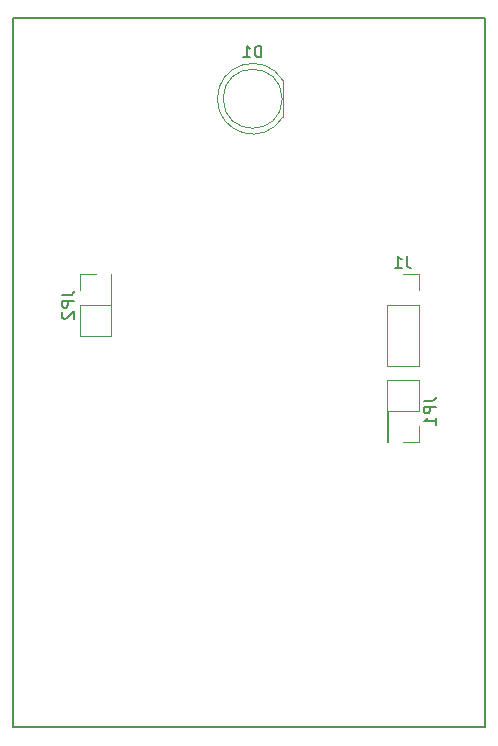
<source format=gbr>
G04 #@! TF.GenerationSoftware,KiCad,Pcbnew,(5.0.0)*
G04 #@! TF.CreationDate,2020-11-05T20:38:02+01:00*
G04 #@! TF.ProjectId,WiFiRemote,5769466952656D6F74652E6B69636164,rev?*
G04 #@! TF.SameCoordinates,Original*
G04 #@! TF.FileFunction,Legend,Bot*
G04 #@! TF.FilePolarity,Positive*
%FSLAX46Y46*%
G04 Gerber Fmt 4.6, Leading zero omitted, Abs format (unit mm)*
G04 Created by KiCad (PCBNEW (5.0.0)) date 11/05/20 20:38:02*
%MOMM*%
%LPD*%
G01*
G04 APERTURE LIST*
%ADD10C,0.200000*%
%ADD11C,0.120000*%
%ADD12C,0.150000*%
G04 APERTURE END LIST*
D10*
X65000000Y-30000000D02*
X25000000Y-30000000D01*
X65000000Y-90000000D02*
X65000000Y-30000000D01*
X25000000Y-90000000D02*
X65000000Y-90000000D01*
X25000000Y-30000000D02*
X25000000Y-90000000D01*
D11*
G04 #@! TO.C,D1*
X42298200Y-36805062D02*
G75*
G02X47848200Y-35259770I2990000J462D01*
G01*
X42298200Y-36804138D02*
G75*
G03X47848200Y-38349430I2990000J-462D01*
G01*
X47788200Y-36804600D02*
G75*
G03X47788200Y-36804600I-2500000J0D01*
G01*
X47848200Y-35259600D02*
X47848200Y-38349600D01*
G04 #@! TO.C,JP2*
X33330000Y-51670000D02*
X33330000Y-56870000D01*
X33270000Y-51670000D02*
X33330000Y-51670000D01*
X30670000Y-56870000D02*
X33330000Y-56870000D01*
X33270000Y-51670000D02*
X33270000Y-54270000D01*
X33270000Y-54270000D02*
X30670000Y-54270000D01*
X30670000Y-54270000D02*
X30670000Y-56870000D01*
X32000000Y-51670000D02*
X30670000Y-51670000D01*
X30670000Y-51670000D02*
X30670000Y-53000000D01*
G04 #@! TO.C,JP1*
X56670000Y-65830000D02*
X56670000Y-60630000D01*
X56730000Y-65830000D02*
X56670000Y-65830000D01*
X59330000Y-60630000D02*
X56670000Y-60630000D01*
X56730000Y-65830000D02*
X56730000Y-63230000D01*
X56730000Y-63230000D02*
X59330000Y-63230000D01*
X59330000Y-63230000D02*
X59330000Y-60630000D01*
X58000000Y-65830000D02*
X59330000Y-65830000D01*
X59330000Y-65830000D02*
X59330000Y-64500000D01*
G04 #@! TO.C,J1*
X59330000Y-59410000D02*
X56670000Y-59410000D01*
X59330000Y-54270000D02*
X59330000Y-59410000D01*
X56670000Y-54270000D02*
X56670000Y-59410000D01*
X59330000Y-54270000D02*
X56670000Y-54270000D01*
X59330000Y-53000000D02*
X59330000Y-51670000D01*
X59330000Y-51670000D02*
X58000000Y-51670000D01*
G04 #@! TD*
G04 #@! TO.C,D1*
D12*
X46026295Y-33296980D02*
X46026295Y-32296980D01*
X45788200Y-32296980D01*
X45645342Y-32344600D01*
X45550104Y-32439838D01*
X45502485Y-32535076D01*
X45454866Y-32725552D01*
X45454866Y-32868409D01*
X45502485Y-33058885D01*
X45550104Y-33154123D01*
X45645342Y-33249361D01*
X45788200Y-33296980D01*
X46026295Y-33296980D01*
X44502485Y-33296980D02*
X45073914Y-33296980D01*
X44788200Y-33296980D02*
X44788200Y-32296980D01*
X44883438Y-32439838D01*
X44978676Y-32535076D01*
X45073914Y-32582695D01*
G04 #@! TO.C,JP2*
X29122380Y-53436666D02*
X29836666Y-53436666D01*
X29979523Y-53389047D01*
X30074761Y-53293809D01*
X30122380Y-53150952D01*
X30122380Y-53055714D01*
X30122380Y-53912857D02*
X29122380Y-53912857D01*
X29122380Y-54293809D01*
X29170000Y-54389047D01*
X29217619Y-54436666D01*
X29312857Y-54484285D01*
X29455714Y-54484285D01*
X29550952Y-54436666D01*
X29598571Y-54389047D01*
X29646190Y-54293809D01*
X29646190Y-53912857D01*
X29217619Y-54865238D02*
X29170000Y-54912857D01*
X29122380Y-55008095D01*
X29122380Y-55246190D01*
X29170000Y-55341428D01*
X29217619Y-55389047D01*
X29312857Y-55436666D01*
X29408095Y-55436666D01*
X29550952Y-55389047D01*
X30122380Y-54817619D01*
X30122380Y-55436666D01*
G04 #@! TO.C,JP1*
X59782380Y-62396666D02*
X60496666Y-62396666D01*
X60639523Y-62349047D01*
X60734761Y-62253809D01*
X60782380Y-62110952D01*
X60782380Y-62015714D01*
X60782380Y-62872857D02*
X59782380Y-62872857D01*
X59782380Y-63253809D01*
X59830000Y-63349047D01*
X59877619Y-63396666D01*
X59972857Y-63444285D01*
X60115714Y-63444285D01*
X60210952Y-63396666D01*
X60258571Y-63349047D01*
X60306190Y-63253809D01*
X60306190Y-62872857D01*
X60782380Y-64396666D02*
X60782380Y-63825238D01*
X60782380Y-64110952D02*
X59782380Y-64110952D01*
X59925238Y-64015714D01*
X60020476Y-63920476D01*
X60068095Y-63825238D01*
G04 #@! TO.C,J1*
X58333333Y-50122380D02*
X58333333Y-50836666D01*
X58380952Y-50979523D01*
X58476190Y-51074761D01*
X58619047Y-51122380D01*
X58714285Y-51122380D01*
X57333333Y-51122380D02*
X57904761Y-51122380D01*
X57619047Y-51122380D02*
X57619047Y-50122380D01*
X57714285Y-50265238D01*
X57809523Y-50360476D01*
X57904761Y-50408095D01*
G04 #@! TD*
M02*

</source>
